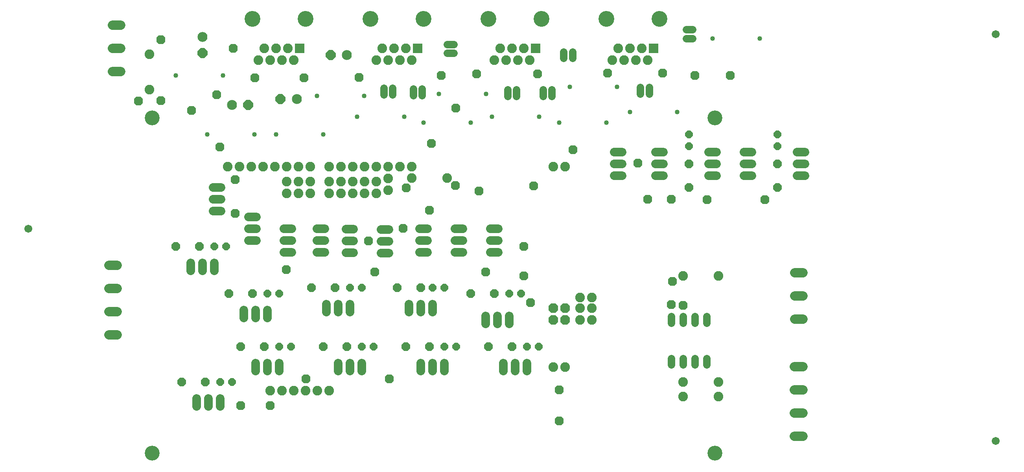
<source format=gts>
G75*
%MOIN*%
%OFA0B0*%
%FSLAX25Y25*%
%IPPOS*%
%LPD*%
%AMOC8*
5,1,8,0,0,1.08239X$1,22.5*
%
%ADD10C,0.12611*%
%ADD11C,0.06706*%
%ADD12C,0.08200*%
%ADD13R,0.08200X0.08200*%
%ADD14C,0.13398*%
%ADD15OC8,0.08200*%
%ADD16C,0.08400*%
%ADD17OC8,0.08400*%
%ADD18C,0.06400*%
%ADD19OC8,0.07100*%
%ADD20OC8,0.06400*%
%ADD21C,0.04000*%
%ADD22C,0.07200*%
%ADD23C,0.07900*%
%ADD24OC8,0.07556*%
D10*
X0177044Y0133303D03*
X0177044Y0417949D03*
X0653816Y0417949D03*
X0653816Y0133303D03*
D11*
X0891965Y0143933D03*
X0891965Y0488933D03*
X0071965Y0323933D03*
D12*
X0240965Y0376433D03*
X0250965Y0376433D03*
X0260965Y0376433D03*
X0270965Y0376433D03*
X0280965Y0376433D03*
X0290965Y0376433D03*
X0300965Y0376433D03*
X0310965Y0376433D03*
X0310965Y0363933D03*
X0300965Y0363933D03*
X0290965Y0363933D03*
X0290965Y0353933D03*
X0300965Y0353933D03*
X0310965Y0353933D03*
X0326965Y0353933D03*
X0336965Y0353933D03*
X0346965Y0353933D03*
X0356965Y0353933D03*
X0366965Y0353933D03*
X0376965Y0356433D03*
X0376965Y0366433D03*
X0366965Y0363933D03*
X0356965Y0363933D03*
X0346965Y0363933D03*
X0336965Y0363933D03*
X0326965Y0363933D03*
X0326965Y0376433D03*
X0336965Y0376433D03*
X0346965Y0376433D03*
X0356965Y0376433D03*
X0366965Y0376433D03*
X0376965Y0376433D03*
X0386965Y0376433D03*
X0396965Y0376433D03*
X0396965Y0366728D03*
X0426965Y0366728D03*
X0516965Y0376433D03*
X0526965Y0376433D03*
X0496965Y0466728D03*
X0486965Y0466728D03*
X0476965Y0466728D03*
X0466965Y0466728D03*
X0471965Y0476728D03*
X0481965Y0476728D03*
X0491965Y0476728D03*
X0566965Y0466728D03*
X0576965Y0466728D03*
X0586965Y0466728D03*
X0596965Y0466728D03*
X0591965Y0476728D03*
X0581965Y0476728D03*
X0571965Y0476728D03*
X0396965Y0466728D03*
X0386965Y0466728D03*
X0376965Y0466728D03*
X0366965Y0466728D03*
X0371965Y0476728D03*
X0381965Y0476728D03*
X0391965Y0476728D03*
X0296965Y0466728D03*
X0286965Y0466728D03*
X0276965Y0466728D03*
X0266965Y0466728D03*
X0271965Y0476728D03*
X0281965Y0476728D03*
X0291965Y0476728D03*
X0174465Y0471728D03*
X0174465Y0441728D03*
X0516965Y0206433D03*
X0526965Y0206433D03*
X0539465Y0246433D03*
X0539465Y0256433D03*
X0549465Y0256433D03*
X0549465Y0246433D03*
X0549465Y0265433D03*
X0539465Y0265433D03*
X0626965Y0283933D03*
X0656965Y0283933D03*
X0656965Y0193933D03*
X0656965Y0181433D03*
X0626965Y0181433D03*
X0626965Y0193933D03*
X0326965Y0186433D03*
X0316965Y0186433D03*
X0306965Y0186433D03*
X0296965Y0186433D03*
X0286965Y0186433D03*
X0276965Y0186433D03*
D13*
X0301965Y0476728D03*
X0401965Y0476728D03*
X0501965Y0476728D03*
X0601965Y0476728D03*
D14*
X0606965Y0501728D03*
X0561965Y0501728D03*
X0506965Y0501728D03*
X0461965Y0501728D03*
X0406965Y0501728D03*
X0361965Y0501728D03*
X0306965Y0501728D03*
X0261965Y0501728D03*
D15*
X0516965Y0256433D03*
X0516965Y0246433D03*
X0526965Y0246433D03*
X0526965Y0256433D03*
D16*
X0299465Y0433933D03*
X0244465Y0428933D03*
X0219760Y0486433D03*
X0341965Y0471138D03*
D17*
X0328215Y0471138D03*
X0285715Y0433933D03*
X0258215Y0428933D03*
X0219760Y0472683D03*
D18*
X0373215Y0443083D02*
X0373215Y0437483D01*
X0380715Y0437483D02*
X0380715Y0443083D01*
X0398215Y0442408D02*
X0398215Y0436808D01*
X0405715Y0436808D02*
X0405715Y0442408D01*
X0426960Y0472683D02*
X0432560Y0472683D01*
X0432560Y0480183D02*
X0426960Y0480183D01*
X0478215Y0441733D02*
X0478215Y0436133D01*
X0485715Y0436133D02*
X0485715Y0441733D01*
X0508215Y0441733D02*
X0508215Y0436133D01*
X0515715Y0436133D02*
X0515715Y0441733D01*
X0525715Y0468338D02*
X0525715Y0473938D01*
X0533215Y0473938D02*
X0533215Y0468338D01*
X0590715Y0443838D02*
X0590715Y0438238D01*
X0598215Y0438238D02*
X0598215Y0443838D01*
X0629460Y0485183D02*
X0635060Y0485183D01*
X0635060Y0492683D02*
X0629460Y0492683D01*
X0626965Y0249533D02*
X0626965Y0243933D01*
X0616965Y0243933D02*
X0616965Y0249533D01*
X0636965Y0249533D02*
X0636965Y0243933D01*
X0646965Y0243933D02*
X0646965Y0249533D01*
X0646965Y0213933D02*
X0646965Y0208333D01*
X0636965Y0208333D02*
X0636965Y0213933D01*
X0626965Y0213933D02*
X0626965Y0208333D01*
X0616965Y0208333D02*
X0616965Y0213933D01*
D19*
X0481965Y0223933D03*
X0461965Y0223933D03*
X0411965Y0223933D03*
X0391965Y0223933D03*
X0341965Y0223933D03*
X0321965Y0223933D03*
X0271965Y0223933D03*
X0251965Y0223933D03*
X0221965Y0193933D03*
X0201965Y0193933D03*
X0241965Y0268933D03*
X0261965Y0268933D03*
X0311965Y0273933D03*
X0331965Y0273933D03*
X0384465Y0273933D03*
X0404465Y0273933D03*
X0446965Y0268933D03*
X0466965Y0268933D03*
X0631965Y0358933D03*
X0631965Y0378933D03*
X0706965Y0378933D03*
X0706965Y0358933D03*
X0216965Y0308933D03*
X0196965Y0308933D03*
D20*
X0229465Y0308933D03*
X0239465Y0308933D03*
X0274465Y0268933D03*
X0284465Y0268933D03*
X0344465Y0273933D03*
X0354465Y0273933D03*
X0414465Y0273933D03*
X0424465Y0273933D03*
X0479465Y0268933D03*
X0489465Y0268933D03*
X0494465Y0223933D03*
X0504465Y0223933D03*
X0434465Y0223933D03*
X0424465Y0223933D03*
X0364465Y0223933D03*
X0354465Y0223933D03*
X0294465Y0223933D03*
X0284465Y0223933D03*
X0244465Y0193933D03*
X0234465Y0193933D03*
X0631965Y0393933D03*
X0631965Y0403933D03*
X0706965Y0403933D03*
X0706965Y0393933D03*
D21*
X0621815Y0422863D03*
X0581815Y0422863D03*
X0561965Y0413933D03*
X0521965Y0413933D03*
X0504940Y0418933D03*
X0530815Y0444138D03*
X0570815Y0444138D03*
X0651965Y0485183D03*
X0691965Y0485183D03*
X0464940Y0418933D03*
X0446965Y0413933D03*
X0460090Y0438208D03*
X0420090Y0438208D03*
X0406965Y0413933D03*
X0390565Y0418633D03*
X0356670Y0436433D03*
X0350565Y0418633D03*
X0321965Y0403933D03*
X0281965Y0403933D03*
X0263665Y0403908D03*
X0223665Y0403908D03*
X0236965Y0453933D03*
X0196965Y0453933D03*
X0316670Y0436433D03*
D22*
X0235165Y0358933D02*
X0228765Y0358933D01*
X0228765Y0348933D02*
X0235165Y0348933D01*
X0235165Y0338933D02*
X0228765Y0338933D01*
X0258765Y0333933D02*
X0265165Y0333933D01*
X0265165Y0323933D02*
X0258765Y0323933D01*
X0258765Y0313933D02*
X0265165Y0313933D01*
X0288765Y0313933D02*
X0295165Y0313933D01*
X0295165Y0323933D02*
X0288765Y0323933D01*
X0288765Y0303933D02*
X0295165Y0303933D01*
X0316740Y0303933D02*
X0323140Y0303933D01*
X0323140Y0313933D02*
X0316740Y0313933D01*
X0316740Y0323933D02*
X0323140Y0323933D01*
X0341165Y0323333D02*
X0347565Y0323333D01*
X0347565Y0313333D02*
X0341165Y0313333D01*
X0341165Y0303333D02*
X0347565Y0303333D01*
X0371065Y0303258D02*
X0377465Y0303258D01*
X0377465Y0313258D02*
X0371065Y0313258D01*
X0371065Y0323258D02*
X0377465Y0323258D01*
X0403765Y0323933D02*
X0410165Y0323933D01*
X0410165Y0313933D02*
X0403765Y0313933D01*
X0403765Y0303933D02*
X0410165Y0303933D01*
X0433765Y0303933D02*
X0440165Y0303933D01*
X0440165Y0313933D02*
X0433765Y0313933D01*
X0433765Y0323933D02*
X0440165Y0323933D01*
X0463765Y0323933D02*
X0470165Y0323933D01*
X0470165Y0313933D02*
X0463765Y0313933D01*
X0463765Y0303933D02*
X0470165Y0303933D01*
X0414465Y0259633D02*
X0414465Y0253233D01*
X0404465Y0253233D02*
X0404465Y0259633D01*
X0394465Y0259633D02*
X0394465Y0253233D01*
X0344465Y0253233D02*
X0344465Y0259633D01*
X0334465Y0259633D02*
X0334465Y0253233D01*
X0324465Y0253233D02*
X0324465Y0259633D01*
X0274465Y0254633D02*
X0274465Y0248233D01*
X0264465Y0248233D02*
X0264465Y0254633D01*
X0254465Y0254633D02*
X0254465Y0248233D01*
X0264465Y0209633D02*
X0264465Y0203233D01*
X0274465Y0203233D02*
X0274465Y0209633D01*
X0284465Y0209633D02*
X0284465Y0203233D01*
X0334465Y0203233D02*
X0334465Y0209633D01*
X0344465Y0209633D02*
X0344465Y0203233D01*
X0354465Y0203233D02*
X0354465Y0209633D01*
X0404465Y0209633D02*
X0404465Y0203233D01*
X0414465Y0203233D02*
X0414465Y0209633D01*
X0424465Y0209633D02*
X0424465Y0203233D01*
X0474465Y0203233D02*
X0474465Y0209633D01*
X0484465Y0209633D02*
X0484465Y0203233D01*
X0494465Y0203233D02*
X0494465Y0209633D01*
X0479465Y0243233D02*
X0479465Y0249633D01*
X0469465Y0249633D02*
X0469465Y0243233D01*
X0459465Y0243233D02*
X0459465Y0249633D01*
X0568765Y0368933D02*
X0575165Y0368933D01*
X0575165Y0378933D02*
X0568765Y0378933D01*
X0568765Y0388933D02*
X0575165Y0388933D01*
X0603765Y0388933D02*
X0610165Y0388933D01*
X0610165Y0378933D02*
X0603765Y0378933D01*
X0603765Y0368933D02*
X0610165Y0368933D01*
X0648765Y0368933D02*
X0655165Y0368933D01*
X0655165Y0378933D02*
X0648765Y0378933D01*
X0648765Y0388933D02*
X0655165Y0388933D01*
X0678765Y0388933D02*
X0685165Y0388933D01*
X0685165Y0378933D02*
X0678765Y0378933D01*
X0678765Y0368933D02*
X0685165Y0368933D01*
X0723765Y0368933D02*
X0730165Y0368933D01*
X0730165Y0378933D02*
X0723765Y0378933D01*
X0723765Y0388933D02*
X0730165Y0388933D01*
X0234465Y0179633D02*
X0234465Y0173233D01*
X0224465Y0173233D02*
X0224465Y0179633D01*
X0214465Y0179633D02*
X0214465Y0173233D01*
X0209465Y0288233D02*
X0209465Y0294633D01*
X0219465Y0294633D02*
X0219465Y0288233D01*
X0229465Y0288233D02*
X0229465Y0294633D01*
D23*
X0147436Y0292691D02*
X0140336Y0292691D01*
X0140336Y0273006D02*
X0147436Y0273006D01*
X0147436Y0253321D02*
X0140336Y0253321D01*
X0140336Y0233636D02*
X0147436Y0233636D01*
X0150436Y0457043D02*
X0143336Y0457043D01*
X0143336Y0476728D02*
X0150436Y0476728D01*
X0150436Y0496413D02*
X0143336Y0496413D01*
X0721486Y0286413D02*
X0728586Y0286413D01*
X0728586Y0266728D02*
X0721486Y0266728D01*
X0721486Y0247043D02*
X0728586Y0247043D01*
X0728507Y0206886D02*
X0721407Y0206886D01*
X0721407Y0187201D02*
X0728507Y0187201D01*
X0728507Y0167516D02*
X0721407Y0167516D01*
X0721407Y0147831D02*
X0728507Y0147831D01*
D24*
X0626965Y0258933D03*
X0616940Y0259333D03*
X0618065Y0279133D03*
X0616965Y0348933D03*
X0596965Y0348933D03*
X0588590Y0379483D03*
X0533465Y0390733D03*
X0500165Y0360133D03*
X0454040Y0355858D03*
X0434015Y0360583D03*
X0411965Y0339433D03*
X0389465Y0324133D03*
X0360440Y0313333D03*
X0365515Y0287283D03*
X0290465Y0289033D03*
X0247265Y0336733D03*
X0247265Y0365533D03*
X0234440Y0392983D03*
X0210365Y0424033D03*
X0231515Y0437533D03*
X0263915Y0451708D03*
X0245690Y0476683D03*
X0305765Y0451708D03*
X0352340Y0452108D03*
X0421965Y0453933D03*
X0451965Y0455283D03*
X0434240Y0426058D03*
X0413765Y0396133D03*
X0392165Y0358333D03*
X0491965Y0308933D03*
X0491965Y0283933D03*
X0459665Y0287008D03*
X0497690Y0261133D03*
X0521865Y0187108D03*
X0521865Y0160783D03*
X0377990Y0196558D03*
X0307115Y0196558D03*
X0276965Y0173933D03*
X0251965Y0173933D03*
X0184265Y0432308D03*
X0165365Y0432133D03*
X0184265Y0484108D03*
X0503590Y0455283D03*
X0562940Y0455758D03*
X0609515Y0455758D03*
X0636965Y0453933D03*
X0666965Y0453933D03*
X0647165Y0348333D03*
X0696365Y0348333D03*
M02*

</source>
